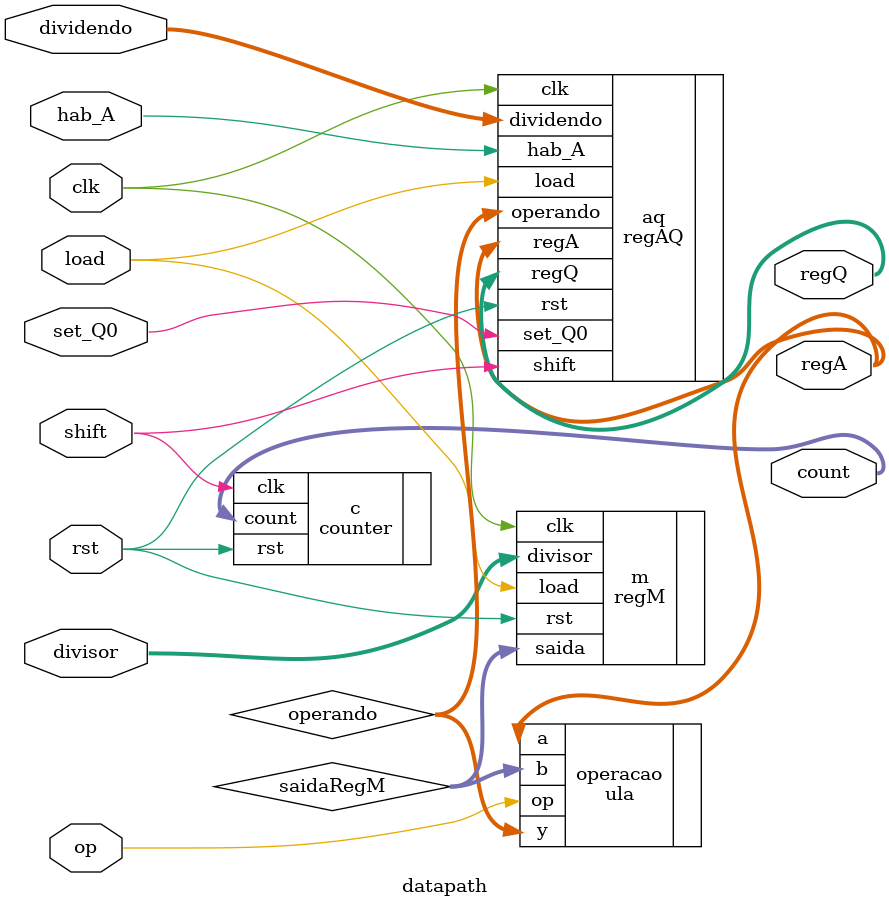
<source format=v>
module datapath (
    input load, shift, hab_A, set_Q0, op, clk, rst,
    input [3:0] dividendo, divisor,
    output [3:0] regQ,
    output [4:0] regA,
    output [2:0] count 
);

    wire [4:0] operando;
    wire [3:0] saidaRegM;
    
    regAQ aq (.dividendo(dividendo), .load(load), .clk(clk), .rst(rst), .shift(shift), .hab_A(hab_A), .set_Q0(set_Q0), .operando(operando), .regA(regA), .regQ(regQ));
    regM m (.divisor(divisor), .load(load), .clk(clk), .rst(rst), .saida(saidaRegM));

    ula operacao (.op(op), .a(regA), .b(saidaRegM), .y(operando));

    counter c (.clk(shift), .rst(rst), .count(count));
endmodule
</source>
